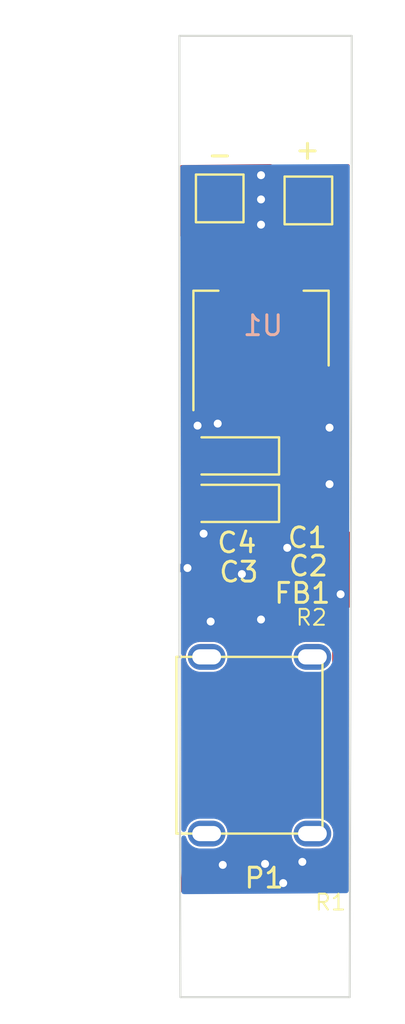
<source format=kicad_pcb>
(kicad_pcb (version 20221018) (generator pcbnew)
  (layers (0 "F.Cu" signal) (31 "B.Cu" signal) (34 "B.Paste" user) (35 "F.Paste" user) (36 "B.SilkS" user "B.Silkscreen") (37 "F.SilkS" user "F.Silkscreen") (38 "B.Mask" user) (39 "F.Mask" user) (44 "Edge.Cuts" user))
  (net 0 "")
  (net 1 "+5V")
  (net 2 "Earth")
  (net 3 "+3V3")
  (net 4 "/VBUS")
  (net 5 "Net-(P1-VCONN)")
  (net 6 "/CC1")
  (footprint "Resistor_SMD:R_0201_0603Metric" (layer "F.Cu") (at 202.0316 131.572 180)
    (fp_text reference "R1" (at 0 -1.3208 180) (layer "F.SilkS") (effects (font (size 0.8 0.8) (thickness 0.1))))
    (fp_text value "56k 0603")
    (pad "1" smd roundrect (at -0.32 0 180) (size 0.46 0.4) (layers "F.Cu" "F.Mask") (net 5 "Net-(P1-VCONN)"))
    (pad "2" smd roundrect (at 0.32 0 180) (size 0.46 0.4) (layers "F.Cu" "F.Mask") (net 2 "Earth"))
  )
  (footprint "Inductor_SMD:L_0201_0603Metric" (layer "F.Cu") (at 201.1172 112.4098 90)
    (fp_text reference "FB1" (at -4.9382 -0.508 180) (layer "F.SilkS"))
    (fp_text value "FerriteBead")
    (pad "1" smd roundrect (at -0.32 0 90) (size 0.46 0.4) (layers "F.Cu" "F.Mask") (net 4 "/VBUS"))
    (pad "2" smd roundrect (at 0.32 0 90) (size 0.46 0.4) (layers "F.Cu" "F.Mask") (net 1 "+5V"))
  )
  (footprint "Capacitor_SMD:C_0201_0603Metric" (layer "F.Cu") (at 201.4834 109.8296)
    (fp_text reference "C1" (at -0.6202 4.7244) (layer "F.SilkS"))
    (fp_text value "10uF 0603")
    (pad "1" smd roundrect (at -0.32 0) (size 0.46 0.4) (layers "F.Cu" "F.Mask") (net 1 "+5V"))
    (pad "2" smd roundrect (at 0.32 0) (size 0.46 0.4) (layers "F.Cu" "F.Mask") (net 2 "Earth"))
  )
  (footprint "Footprint:TYPE-C-31-M-17" (layer "F.Cu") (at 192.9892 125.6284)
    (fp_text reference "P1" (at 5.6896 6.0452) (layer "F.SilkS"))
    (fp_text value "USB_C_Plug_USB2.0")
    (fp_line (start 1.27 -5.08) (end 1.27 3.81) (stroke (width 0.12)) (layer "F.SilkS"))
    (fp_line (start 1.27 3.81) (end 8.636 3.81) (stroke (width 0.12)) (layer "F.SilkS"))
    (fp_line (start 8.636 -5.08) (end 1.27 -5.08) (stroke (width 0.12)) (layer "F.SilkS"))
    (fp_line (start 8.636 3.81) (end 8.636 -5.08) (stroke (width 0.12)) (layer "F.SilkS"))
    (pad "0" thru_hole oval (at 2.794 -5.08) (size 1.9 1.3) (drill oval 1.45 0.762) (layers "*.Cu" "*.Mask"))
    (pad "0" thru_hole oval (at 2.794 3.81) (size 1.9 1.3) (drill oval 1.45 0.762) (layers "*.Cu" "*.Mask"))
    (pad "0" thru_hole oval (at 8.128 -5.08) (size 1.9 1.3) (drill oval 1.45 0.762) (layers "*.Cu" "*.Mask"))
    (pad "0" thru_hole oval (at 8.128 3.81) (size 1.9 1.3) (drill oval 1.45 0.762) (layers "*.Cu" "*.Mask"))
    (pad "A1" smd rect (at 7.874 -3.556) (size 1.4 0.8) (layers "F.Cu" "F.Paste" "F.Mask") (net 2 "Earth"))
    (pad "A1" smd rect (at 7.874 2.286) (size 1.4 0.8) (layers "F.Cu" "F.Paste" "F.Mask") (net 2 "Earth"))
    (pad "A4" smd rect (at 7.874 1.016) (size 1.4 0.8) (layers "F.Cu" "F.Paste" "F.Mask") (net 4 "/VBUS"))
    (pad "A5" smd rect (at 7.874 -1.143) (size 1.4 0.8) (layers "F.Cu" "F.Paste" "F.Mask") (net 6 "/CC1"))
    (pad "B5" smd rect (at 7.874 -0.127) (size 1.4 0.8) (layers "F.Cu" "F.Paste" "F.Mask") (net 5 "Net-(P1-VCONN)"))
    (pad "B9" smd rect (at 7.874 -2.286) (size 1.4 0.8) (layers "F.Cu" "F.Paste" "F.Mask") (net 4 "/VBUS"))
  )
  (footprint "MountingHole:MountingHole_2.2mm_M2" (layer "F.Cu") (at 198.6788 92.4052)
    (fp_text reference "H2" hide)
    (fp_text value "MountingHole")
    (pad "" np_thru_hole circle (at 0 0) (size 2.2 2.2) (drill 2.2) (layers "*.Cu" "*.Mask"))
  )
  (footprint "Capacitor_Tantalum_SMD:CP_EIA-3216-18_Kemet-A" (layer "F.Cu") (at 197.1256 112.8268 180)
    (fp_text reference "C3" (at -0.2832 -3.4544) (layer "F.SilkS"))
    (fp_text value "22uF tantalum")
    (fp_line (start -2.31 -0.935) (end -2.31 0.935) (stroke (width 0.12)) (layer "F.SilkS"))
    (fp_line (start -2.31 0.935) (end 1.6 0.935) (stroke (width 0.12)) (layer "F.SilkS"))
    (fp_line (start 1.6 -0.935) (end -2.31 -0.935) (stroke (width 0.12)) (layer "F.SilkS"))
    (pad "1" smd roundrect (at -1.35 0 180) (size 1.4 1.35) (layers "F.Cu" "F.Paste" "F.Mask") (roundrect_rratio 0.1851851852) (net 3 "+3V3"))
    (pad "2" smd roundrect (at 1.35 0 180) (size 1.4 1.35) (layers "F.Cu" "F.Paste" "F.Mask") (roundrect_rratio 0.1851851852) (net 2 "Earth"))
  )
  (footprint "Capacitor_Tantalum_SMD:CP_EIA-3216-18_Kemet-A" (layer "F.Cu") (at 197.1256 110.4392 180)
    (fp_text reference "C4" (at -0.1816 -4.3688) (layer "F.SilkS"))
    (fp_text value "1uF tantalum")
    (fp_line (start -2.31 -0.935) (end -2.31 0.935) (stroke (width 0.12)) (layer "F.SilkS"))
    (fp_line (start -2.31 0.935) (end 1.6 0.935) (stroke (width 0.12)) (layer "F.SilkS"))
    (fp_line (start 1.6 -0.935) (end -2.31 -0.935) (stroke (width 0.12)) (layer "F.SilkS"))
    (pad "1" smd roundrect (at -1.35 0 180) (size 1.4 1.35) (layers "F.Cu" "F.Paste" "F.Mask") (roundrect_rratio 0.1851851852) (net 3 "+3V3"))
    (pad "2" smd roundrect (at 1.35 0 180) (size 1.4 1.35) (layers "F.Cu" "F.Paste" "F.Mask") (roundrect_rratio 0.1851851852) (net 2 "Earth"))
  )
  (footprint "Resistor_SMD:R_0201_0603Metric" (layer "F.Cu") (at 202.438 118.6028 90)
    (fp_text reference "R2" (at 0.0356 -1.3716) (layer "F.SilkS") (effects (font (size 0.8 0.8) (thickness 0.1))))
    (fp_text value "56K 0603")
    (pad "1" smd roundrect (at -0.32 0 90) (size 0.46 0.4) (layers "F.Cu" "F.Mask") (net 6 "/CC1"))
    (pad "2" smd roundrect (at 0.32 0 90) (size 0.46 0.4) (layers "F.Cu" "F.Mask") (net 2 "Earth"))
  )
  (footprint "MountingHole:MountingHole_2.2mm_M2" (layer "F.Cu") (at 198.8312 134.9756)
    (fp_text reference "H1" hide)
    (fp_text value "MountingHole")
    (pad "" np_thru_hole circle (at 0 0) (size 2.2 2.2) (drill 2.2) (layers "*.Cu" "*.Mask"))
  )
  (footprint "TestPoint:TestPoint_Pad_2.0x2.0mm" (layer "F.Cu") (at 200.914 97.5868)
    (fp_text reference "TP1" hide)
    (fp_text value "TestPoint")
    (fp_line (start -1.2 -1.2) (end 1.2 -1.2) (stroke (width 0.12)) (layer "F.SilkS"))
    (fp_line (start -1.2 1.2) (end -1.2 -1.2) (stroke (width 0.12)) (layer "F.SilkS"))
    (fp_line (start 1.2 -1.2) (end 1.2 1.2) (stroke (width 0.12)) (layer "F.SilkS"))
    (fp_line (start 1.2 1.2) (end -1.2 1.2) (stroke (width 0.12)) (layer "F.SilkS"))
    (pad "1" smd rect (at 0 0) (size 2 2) (layers "F.Cu" "F.Mask") (net 3 "+3V3"))
  )
  (footprint "Capacitor_SMD:C_0201_0603Metric" (layer "F.Cu") (at 201.4834 110.998)
    (fp_text reference "C2" (at -0.5694 4.9784) (layer "F.SilkS"))
    (fp_text value "1uF")
    (pad "1" smd roundrect (at -0.32 0) (size 0.46 0.4) (layers "F.Cu" "F.Mask") (net 1 "+5V"))
    (pad "2" smd roundrect (at 0.32 0) (size 0.46 0.4) (layers "F.Cu" "F.Mask") (net 2 "Earth"))
  )
  (footprint "TestPoint:TestPoint_Pad_2.0x2.0mm" (layer "F.Cu") (at 196.4436 97.4852)
    (fp_text reference "TP2" hide)
    (fp_text value "TestPoint")
    (fp_line (start -1.2 -1.2) (end 1.2 -1.2) (stroke (width 0.12)) (layer "F.SilkS"))
    (fp_line (start -1.2 1.2) (end -1.2 -1.2) (stroke (width 0.12)) (layer "F.SilkS"))
    (fp_line (start 1.2 -1.2) (end 1.2 1.2) (stroke (width 0.12)) (layer "F.SilkS"))
    (fp_line (start 1.2 1.2) (end -1.2 1.2) (stroke (width 0.12)) (layer "F.SilkS"))
    (pad "1" smd rect (at 0 0) (size 2 2) (layers "F.Cu" "F.Mask") (net 2 "Earth"))
  )
  (footprint "Package_TO_SOT_SMD:SOT-223-3_TabPin2" (layer "F.Cu") (at 198.5264 104.0388 90)
    (fp_text reference "U1" (at 0.1528 0.1016) (layer "B.SilkS") (effects (justify mirror)))
    (fp_text value "AMS1117-3.3")
    (fp_line (start -4.1 -3.41) (end 1.91 -3.41) (stroke (width 0.12)) (layer "F.SilkS"))
    (fp_line (start -1.85 3.41) (end 1.91 3.41) (stroke (width 0.12)) (layer "F.SilkS"))
    (fp_line (start 1.91 -3.41) (end 1.91 -2.15) (stroke (width 0.12)) (layer "F.SilkS"))
    (fp_line (start 1.91 3.41) (end 1.91 2.15) (stroke (width 0.12)) (layer "F.SilkS"))
    (pad "1" smd rect (at -3.15 -2.3 90) (size 2 1.5) (layers "F.Cu" "F.Paste" "F.Mask") (net 2 "Earth"))
    (pad "2" smd rect (at -3.15 0 90) (size 2 1.5) (layers "F.Cu" "F.Paste" "F.Mask") (net 3 "+3V3"))
    (pad "2" smd rect (at 3.15 0 90) (size 2 3.8) (layers "F.Cu" "F.Paste" "F.Mask") (net 3 "+3V3"))
    (pad "3" smd rect (at -3.15 2.3 90) (size 2 1.5) (layers "F.Cu" "F.Paste" "F.Mask") (net 1 "+5V"))
  )
  (gr_line (start 202.9968 137.668) (end 203.0984 95.504) (stroke (width 0.1)) (layer "Edge.Cuts"))
  (gr_line (start 194.4116 119.4308) (end 194.4116 119.6848) (stroke (width 0.1)) (layer "Edge.Cuts"))
  (gr_line (start 203.0984 95.504) (end 203.0984 89.3064) (stroke (width 0.1)) (layer "Edge.Cuts"))
  (gr_line (start 194.4624 137.668) (end 202.9968 137.668) (stroke (width 0.1)) (layer "Edge.Cuts"))
  (gr_line (start 194.4116 119.6848) (end 194.4624 137.668) (stroke (width 0.1)) (layer "Edge.Cuts"))
  (gr_line (start 203.0984 89.3064) (end 194.4116 89.3064) (stroke (width 0.1)) (layer "Edge.Cuts"))
  (gr_line (start 194.4116 89.3064) (end 194.4116 119.4308) (stroke (width 0.1)) (layer "Edge.Cuts"))
  (gr_text "-" (at 195.7324 95.8596) (layer "F.SilkS") (effects (font (size 1 1)) (justify left bottom)))
  (gr_text "+" (at 200.152 95.6056) (layer "F.SilkS") (effects (font (size 1 1)) (justify left bottom)))
  (segment (start 201.9808 111.1754) (end 201.9808 111.8616) (width 0.25) (layer "F.Cu") (net 2))
  (segment (start 196.2264 107.1888) (end 196.2264 108.698) (width 0.25) (layer "F.Cu") (net 2))
  (segment (start 202.438 117.6528) (end 202.438 118.2828) (width 0.25) (layer "F.Cu") (net 2))
  (segment (start 195.7756 109.3648) (end 195.326 108.9152) (width 0.25) (layer "F.Cu") (net 2))
  (segment (start 195.7756 112.8268) (end 195.7756 114.206) (width 0.25) (layer "F.Cu") (net 2))
  (segment (start 201.8034 109.8296) (end 201.9808 109.6522) (width 0.25) (layer "F.Cu") (net 2))
  (segment (start 195.7756 114.206) (end 195.6308 114.3508) (width 0.25) (layer "F.Cu") (net 2))
  (segment (start 201.9808 109.6522) (end 201.9808 109.0168) (width 0.25) (layer "F.Cu") (net 2))
  (segment (start 202.5396 117.3988) (end 202.438 117.6528) (width 0.25) (layer "F.Cu") (net 2))
  (segment (start 196.2264 108.698) (end 196.342 108.8136) (width 0.25) (layer "F.Cu") (net 2))
  (segment (start 196.4436 97.4852) (end 196.9516 97.4852) (width 0.25) (layer "F.Cu") (net 2))
  (segment (start 201.8034 110.998) (end 201.9808 111.1754) (width 0.25) (layer "F.Cu") (net 2))
  (segment (start 195.7756 110.4392) (end 195.7756 109.3648) (width 0.25) (layer "F.Cu") (net 2))
  (via (at 200.6092 130.8608) (size 0.8) (drill 0.4) (layers "F.Cu" "B.Cu") (net 2))
  (via (at 196.342 108.8136) (size 0.8) (drill 0.4) (layers "F.Cu" "B.Cu") (net 2))
  (via (at 199.8472 115.062) (size 0.8) (drill 0.4) (layers "F.Cu" "B.Cu") (net 2))
  (via (at 196.596 131.0132) (size 0.8) (drill 0.4) (layers "F.Cu" "B.Cu") (net 2))
  (via (at 197.5612 116.3828) (size 0.8) (drill 0.4) (layers "F.Cu" "B.Cu") (net 2))
  (via (at 198.5264 118.6688) (size 0.8) (drill 0.4) (layers "F.Cu" "B.Cu") (net 2))
  (via (at 198.5264 96.3168) (size 0.8) (drill 0.4) (layers "F.Cu" "B.Cu") (net 2))
  (via (at 194.818 116.078) (size 0.8) (drill 0.4) (layers "F.Cu" "B.Cu") (net 2))
  (via (at 198.5264 98.806) (size 0.8) (drill 0.4) (layers "F.Cu" "B.Cu") (net 2))
  (via (at 195.6308 114.3508) (size 0.8) (drill 0.4) (layers "F.Cu" "B.Cu") (net 2))
  (via (at 195.9864 118.7704) (size 0.8) (drill 0.4) (layers "F.Cu" "B.Cu") (net 2))
  (via (at 202.5396 117.3988) (size 0.8) (drill 0.4) (layers "F.Cu" "B.Cu") (net 2))
  (via (at 201.9808 111.8616) (size 0.8) (drill 0.4) (layers "F.Cu" "B.Cu") (net 2))
  (via (at 199.644 131.9276) (size 0.8) (drill 0.4) (layers "F.Cu" "B.Cu") (net 2))
  (via (at 198.5264 97.536) (size 0.8) (drill 0.4) (layers "F.Cu" "B.Cu") (net 2))
  (via (at 195.326 108.9152) (size 0.8) (drill 0.4) (layers "F.Cu" "B.Cu") (net 2))
  (via (at 201.9808 109.0168) (size 0.8) (drill 0.4) (layers "F.Cu" "B.Cu") (net 2))
  (via (at 198.7296 130.9624) (size 0.8) (drill 0.4) (layers "F.Cu" "B.Cu") (net 2))
  (segment (start 200.8632 126.6444) (end 200.5562 126.6444) (width 0.25) (layer "F.Cu") (net 4))
  (segment (start 200.5562 126.6444) (end 199.9882 126.0764) (width 0.25) (layer "F.Cu") (net 4))
  (segment (start 201.1172 118.22368) (end 201.1172 112.7298) (width 0.25) (layer "F.Cu") (net 4))
  (segment (start 202.2422 119.34868) (end 201.1172 118.22368) (width 0.25) (layer "F.Cu") (net 4))
  (segment (start 199.9882 126.0764) (end 199.9882 123.9104) (width 0.25) (layer "F.Cu") (net 4))
  (segment (start 201.1632 123.3424) (end 202.2422 122.2634) (width 0.25) (layer "F.Cu") (net 4))
  (segment (start 200.8632 123.3424) (end 201.1632 123.3424) (width 0.25) (layer "F.Cu") (net 4))
  (segment (start 202.2422 122.2634) (end 202.2422 119.34868) (width 0.25) (layer "F.Cu") (net 4))
  (segment (start 200.5562 123.3424) (end 200.8632 123.3424) (width 0.25) (layer "F.Cu") (net 4))
  (segment (start 199.9882 123.9104) (end 200.5562 123.3424) (width 0.25) (layer "F.Cu") (net 4))
  (segment (start 202.1586 125.5014) (end 202.5904 125.9332) (width 0.25) (layer "F.Cu") (net 5))
  (segment (start 202.5904 125.9332) (end 202.5904 131.3332) (width 0.25) (layer "F.Cu") (net 5))
  (segment (start 202.5904 131.3332) (end 202.3516 131.572) (width 0.25) (layer "F.Cu") (net 5))
  (segment (start 200.6092 125.5014) (end 202.1586 125.5014) (width 0.25) (layer "F.Cu") (net 5))
  (segment (start 202.692 119.1768) (end 202.692 122.9636) (width 0.25) (layer "F.Cu") (net 6))
  (segment (start 202.692 122.9636) (end 201.1702 124.4854) (width 0.25) (layer "F.Cu") (net 6))
  (segment (start 202.438 118.9228) (end 202.692 119.1768) (width 0.25) (layer "F.Cu") (net 6))
  (segment (start 201.1702 124.4854) (end 200.6092 124.4854) (width 0.25) (layer "F.Cu") (net 6))
  (zone (net 2) (net_name "Earth") (layer "F.Cu") (priority 4) (connect_pads (clearance 0.1)) (min_thickness 0.25) (fill yes (thermal_gap 0.25) (thermal_bridge_width 0.5))
    (polygon (pts (xy 199.136 95.758) (xy 199.0852 99.4156) (xy 194.4116 99.4156) (xy 194.4116 95.8088)))
  )
  (zone (net 3) (net_name "+3V3") (layer "F.Cu") (priority 1) (connect_pads (clearance 0.1)) (min_thickness 0.15) (fill yes (thermal_gap 0.15) (thermal_bridge_width 0.5))
    (polygon (pts (xy 197.358 113.9444) (xy 199.5424 113.9444) (xy 199.5932 109.2708) (xy 199.3392 109.2708) (xy 199.3392 104.7496) (xy 202.7936 104.6988) (xy 202.9968 95.758) (xy 199.3392 95.8088) (xy 199.3392 99.6188) (xy 194.8688 99.5172) (xy 194.9704 105.3084) (xy 197.3072 105.3084)))
  )
  (zone (net 1) (net_name "+5V") (layer "F.Cu") (connect_pads (clearance 0.1)) (min_thickness 0.15) (fill yes (thermal_gap 0.25) (thermal_bridge_width 0.4))
    (polygon (pts (xy 199.5932 104.9528) (xy 199.5932 108.7628) (xy 199.9488 108.7628) (xy 199.898 112.3188) (xy 201.422 112.3696) (xy 201.4728 108.6612) (xy 202.8952 108.712) (xy 202.8952 104.902)))
  )
  (zone (net 2) (net_name "Earth") (layer "F.Cu") (priority 3) (connect_pads (clearance 0.1)) (min_thickness 0.15) (fill yes (thermal_gap 0.25) (thermal_bridge_width 0.5))
    (polygon (pts (xy 194.564 105.664) (xy 194.5132 128.524) (xy 196.6468 128.5748) (xy 196.6468 130.3528) (xy 194.564 130.3528) (xy 194.4624 132.3848) (xy 202.7936 132.2832) (xy 202.8952 128.1684) (xy 202.946 125.984) (xy 203.0476 114.2492) (xy 201.2696 114.2492) (xy 197.0532 114.2492) (xy 197.104 105.7148)))
  )
  (zone (net 2) (net_name "Earth") (layer "B.Cu") (priority 2) (connect_pads (clearance 0.1)) (min_thickness 0.25) (fill yes (thermal_gap 0.5) (thermal_bridge_width 0.5))
    (polygon (pts (xy 202.9968 95.758) (xy 194.4624 95.8088) (xy 194.5132 132.4864) (xy 202.946 132.4356)))
  )
)
</source>
